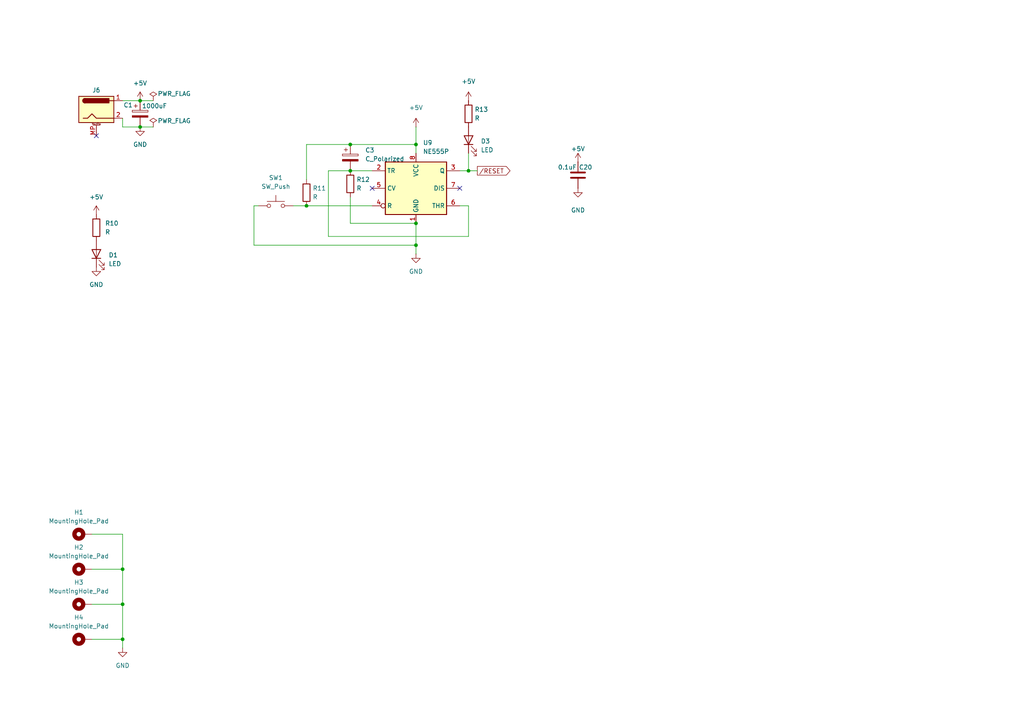
<source format=kicad_sch>
(kicad_sch (version 20231120) (generator "eeschema") (generator_version "8.0")
  (paper "A4")
  (title_block (title "Mackerel-10 SBC v1") (date "2024-07-30") (rev "1.0a") (company "Colin Maykish"))
  (lib_symbols
    (symbol "Connector:Barrel_Jack_MountingPin" (pin_names hide)
      (property "Reference" "J" (at 0 5.334 0))
      (property "Value" "Barrel_Jack_MountingPin" (at 1.27 -6.35 0))
      (symbol "Barrel_Jack_MountingPin_0_1"
        (rectangle (start -5.08 3.81) (end 5.08 -3.81) (stroke (width 0.254)) (fill (type background)))
        (arc (start -3.302 3.175) (mid -3.9343 2.54) (end -3.302 1.905) (stroke (width 0.254)))
        (arc (start -3.302 3.175) (mid -3.9343 2.54) (end -3.302 1.905) (stroke (width 0.254)) (fill (type outline)))
        (polyline (pts (xy 5.08 2.54) (xy 3.81 2.54)) (stroke (width 0.254)))
        (polyline (pts (xy -3.81 -2.54) (xy -2.54 -2.54) (xy -1.27 -1.27) (xy 0 -2.54) (xy 2.54 -2.54) (xy 5.08 -2.54)) (stroke (width 0.254)))
        (rectangle (start 3.683 3.175) (end -3.302 1.905) (stroke (width 0.254)) (fill (type outline)))
      )
      (symbol "Barrel_Jack_MountingPin_1_1"
        (polyline (pts (xy -1.016 -4.572) (xy 1.016 -4.572)) (stroke (width 0.1524)))
        (text "Mounting" (at 0 -4.191 0) (effects (font (size 0.381 0.381))))
        (pin passive line (at 7.62 2.54 180) (length 2.54) (name "~") (number "1"))
        (pin passive line (at 7.62 -2.54 180) (length 2.54) (name "~") (number "2"))
        (pin passive line (at 0 -7.62 90) (length 3.048) (name "MountPin") (number "MP"))
      )
    )
    (symbol "Device:C" (pin_numbers hide) (pin_names (offset 0.254))
      (property "Reference" "C" (at 0.635 2.54 0))
      (property "Value" "C" (at 0.635 -2.54 0))
      (symbol "C_0_1"
        (polyline (pts (xy -2.032 -0.762) (xy 2.032 -0.762)) (stroke (width 0.508)))
        (polyline (pts (xy -2.032 0.762) (xy 2.032 0.762)) (stroke (width 0.508)))
      )
      (symbol "C_1_1"
        (pin passive line (at 0 3.81 270) (length 2.794) (name "~") (number "1"))
        (pin passive line (at 0 -3.81 90) (length 2.794) (name "~") (number "2"))
      )
    )
    (symbol "Device:C_Polarized" (pin_numbers hide) (pin_names (offset 0.254))
      (property "Reference" "C" (at 0.635 2.54 0))
      (property "Value" "C_Polarized" (at 0.635 -2.54 0))
      (symbol "C_Polarized_0_1"
        (rectangle (start -2.286 0.508) (end 2.286 1.016))
        (polyline (pts (xy -1.778 2.286) (xy -0.762 2.286)))
        (polyline (pts (xy -1.27 2.794) (xy -1.27 1.778)))
        (rectangle (start 2.286 -0.508) (end -2.286 -1.016) (fill (type outline)))
      )
      (symbol "C_Polarized_1_1"
        (pin passive line (at 0 3.81 270) (length 2.794) (name "~") (number "1"))
        (pin passive line (at 0 -3.81 90) (length 2.794) (name "~") (number "2"))
      )
    )
    (symbol "Device:LED" (pin_numbers hide) (pin_names (offset 1.016) hide)
      (property "Reference" "D" (at 0 2.54 0))
      (property "Value" "LED" (at 0 -2.54 0))
      (symbol "LED_0_1"
        (polyline (pts (xy -1.27 -1.27) (xy -1.27 1.27)) (stroke (width 0.254)))
        (polyline (pts (xy -1.27 0) (xy 1.27 0)))
        (polyline (pts (xy 1.27 -1.27) (xy 1.27 1.27) (xy -1.27 0) (xy 1.27 -1.27)) (stroke (width 0.254)))
        (polyline (pts (xy -3.048 -0.762) (xy -4.572 -2.286) (xy -3.81 -2.286) (xy -4.572 -2.286) (xy -4.572 -1.524)))
        (polyline (pts (xy -1.778 -0.762) (xy -3.302 -2.286) (xy -2.54 -2.286) (xy -3.302 -2.286) (xy -3.302 -1.524)))
      )
      (symbol "LED_1_1"
        (pin passive line (at -3.81 0 0) (length 2.54) (name "K") (number "1"))
        (pin passive line (at 3.81 0 180) (length 2.54) (name "A") (number "2"))
      )
    )
    (symbol "Device:R" (pin_numbers hide) (pin_names (offset 0))
      (property "Reference" "R" (at 2.032 0 90))
      (property "Value" "R" (at 0 0 90))
      (symbol "R_0_1"
        (rectangle (start -1.016 -2.54) (end 1.016 2.54) (stroke (width 0.254)))
      )
      (symbol "R_1_1"
        (pin passive line (at 0 3.81 270) (length 1.27) (name "~") (number "1"))
        (pin passive line (at 0 -3.81 90) (length 1.27) (name "~") (number "2"))
      )
    )
    (symbol "Mechanical:MountingHole_Pad" (pin_numbers hide) (pin_names (offset 1.016) hide) (exclude_from_sim yes) (in_bom no)
      (property "Reference" "H" (at 0 6.35 0))
      (property "Value" "MountingHole_Pad" (at 0 4.445 0))
      (symbol "MountingHole_Pad_0_1"
        (circle (center 0 1.27) (radius 1.27) (stroke (width 1.27)))
      )
      (symbol "MountingHole_Pad_1_1"
        (pin input line (at 0 -2.54 90) (length 2.54) (name "1") (number "1"))
      )
    )
    (symbol "Switch:SW_Push" (pin_numbers hide) (pin_names (offset 1.016) hide)
      (property "Reference" "SW" (at 1.27 2.54 0))
      (property "Value" "SW_Push" (at 0 -1.524 0))
      (symbol "SW_Push_0_1"
        (circle (center -2.032 0) (radius 0.508))
        (polyline (pts (xy 0 1.27) (xy 0 3.048)))
        (polyline (pts (xy 2.54 1.27) (xy -2.54 1.27)))
        (circle (center 2.032 0) (radius 0.508))
        (pin passive line (at -5.08 0 0) (length 2.54) (name "1") (number "1"))
        (pin passive line (at 5.08 0 180) (length 2.54) (name "2") (number "2"))
      )
    )
    (symbol "Timer:NE555P"
      (property "Reference" "U" (at -10.16 8.89 0))
      (property "Value" "NE555P" (at 2.54 8.89 0))
      (symbol "NE555P_0_0"
        (pin power_in line (at 0 -10.16 90) (length 2.54) (name "GND") (number "1"))
        (pin power_in line (at 0 10.16 270) (length 2.54) (name "VCC") (number "8"))
      )
      (symbol "NE555P_0_1"
        (rectangle (start -8.89 -7.62) (end 8.89 7.62) (stroke (width 0.254)) (fill (type background)))
        (rectangle (start -8.89 -7.62) (end 8.89 7.62) (stroke (width 0.254)) (fill (type background)))
      )
      (symbol "NE555P_1_1"
        (pin input line (at -12.7 5.08 0) (length 3.81) (name "TR") (number "2"))
        (pin output line (at 12.7 5.08 180) (length 3.81) (name "Q") (number "3"))
        (pin input inverted (at -12.7 -5.08 0) (length 3.81) (name "R") (number "4"))
        (pin input line (at -12.7 0 0) (length 3.81) (name "CV") (number "5"))
        (pin input line (at 12.7 -5.08 180) (length 3.81) (name "THR") (number "6"))
        (pin input line (at 12.7 0 180) (length 3.81) (name "DIS") (number "7"))
      )
    )
    (symbol "power:+5V" (power) (pin_numbers hide) (pin_names (offset 0) hide)
      (property "Value" "+5V" (at 0 3.556 0))
      (symbol "+5V_0_1"
        (polyline (pts (xy -0.762 1.27) (xy 0 2.54)))
        (polyline (pts (xy 0 0) (xy 0 2.54)))
        (polyline (pts (xy 0 2.54) (xy 0.762 1.27)))
      )
      (symbol "+5V_1_1"
        (pin power_in line (at 0 0 90) (length 0) (name "~") (number "1"))
      )
    )
    (symbol "power:GND" (power) (pin_numbers hide) (pin_names (offset 0) hide)
      (property "Value" "GND" (at 0 -3.81 0))
      (symbol "GND_0_1"
        (polyline (pts (xy 0 0) (xy 0 -1.27) (xy 1.27 -1.27) (xy 0 -2.54) (xy -1.27 -1.27) (xy 0 -1.27)))
      )
      (symbol "GND_1_1"
        (pin power_in line (at 0 0 270) (length 0) (name "~") (number "1"))
      )
    )
    (symbol "power:PWR_FLAG" (power) (pin_numbers hide) (pin_names (offset 0) hide)
      (property "Value" "PWR_FLAG" (at 0 3.81 0))
      (symbol "PWR_FLAG_0_0"
        (pin power_out line (at 0 0 90) (length 0) (name "~") (number "1"))
      )
      (symbol "PWR_FLAG_0_1"
        (polyline (pts (xy 0 0) (xy 0 1.27) (xy -1.016 1.905) (xy 0 2.54) (xy 1.016 1.905) (xy 0 1.27)))
      )
    )
  )
  (junction (at 120.65 41.91))
  (junction (at 135.89 49.53))
  (junction (at 120.65 71.12))
  (junction (at 120.65 64.77))
  (junction (at 101.6 41.91))
  (junction (at 40.64 36.83))
  (junction (at 35.56 185.42))
  (junction (at 35.56 165.1))
  (junction (at 40.64 29.21))
  (junction (at 35.56 175.26))
  (junction (at 101.6 49.53))
  (junction (at 88.9 59.69))
  (no_connect (at 107.95 54.61))
  (no_connect (at 27.94 39.37))
  (no_connect (at 133.35 54.61))
  (wire (pts (xy 74.93 59.69) (xy 73.66 59.69)))
  (wire (pts (xy 26.67 165.1) (xy 35.56 165.1)))
  (wire (pts (xy 135.89 59.69) (xy 133.35 59.69)))
  (wire (pts (xy 35.56 34.29) (xy 35.56 36.83)))
  (wire (pts (xy 101.6 49.53) (xy 107.95 49.53)))
  (wire (pts (xy 138.43 49.53) (xy 135.89 49.53)))
  (wire (pts (xy 35.56 29.21) (xy 40.64 29.21)))
  (wire (pts (xy 101.6 49.53) (xy 95.25 49.53)))
  (wire (pts (xy 35.56 165.1) (xy 35.56 175.26)))
  (wire (pts (xy 135.89 68.58) (xy 135.89 59.69)))
  (wire (pts (xy 120.65 64.77) (xy 101.6 64.77)))
  (wire (pts (xy 88.9 59.69) (xy 107.95 59.69)))
  (wire (pts (xy 40.64 36.83) (xy 44.45 36.83)))
  (wire (pts (xy 85.09 59.69) (xy 88.9 59.69)))
  (wire (pts (xy 135.89 44.45) (xy 135.89 49.53)))
  (wire (pts (xy 95.25 68.58) (xy 135.89 68.58)))
  (wire (pts (xy 26.67 154.94) (xy 35.56 154.94)))
  (wire (pts (xy 135.89 49.53) (xy 133.35 49.53)))
  (wire (pts (xy 101.6 64.77) (xy 101.6 57.15)))
  (wire (pts (xy 120.65 36.83) (xy 120.65 41.91)))
  (wire (pts (xy 120.65 41.91) (xy 120.65 44.45)))
  (wire (pts (xy 95.25 49.53) (xy 95.25 68.58)))
  (wire (pts (xy 35.56 187.96) (xy 35.56 185.42)))
  (wire (pts (xy 88.9 52.07) (xy 88.9 41.91)))
  (wire (pts (xy 40.64 29.21) (xy 44.45 29.21)))
  (wire (pts (xy 120.65 64.77) (xy 120.65 71.12)))
  (wire (pts (xy 73.66 59.69) (xy 73.66 71.12)))
  (wire (pts (xy 35.56 36.83) (xy 40.64 36.83)))
  (wire (pts (xy 26.67 185.42) (xy 35.56 185.42)))
  (wire (pts (xy 88.9 41.91) (xy 101.6 41.91)))
  (wire (pts (xy 26.67 175.26) (xy 35.56 175.26)))
  (wire (pts (xy 101.6 41.91) (xy 120.65 41.91)))
  (wire (pts (xy 35.56 175.26) (xy 35.56 185.42)))
  (wire (pts (xy 35.56 154.94) (xy 35.56 165.1)))
  (wire (pts (xy 120.65 71.12) (xy 120.65 73.66)))
  (wire (pts (xy 73.66 71.12) (xy 120.65 71.12)))
  (global_label "{slash}RESET" (shape output) (at 138.43 49.53 0) (property "Intersheetrefs" "${INTERSHEET_REFS}" (effects (hide yes))))
  (symbol (lib_id "power:GND") (at 27.94 77.47 0) (unit 1)
    (property "Reference" "#PWR027" (effects (hide yes)))
    (property "Value" "GND" (at 27.94 82.55 0))
    (property "Description" "Power symbol creates a global label with name \"GND\" , ground" (effects (hide yes)))
  )
  (symbol (lib_id "power:GND") (at 167.64 54.61 0) (unit 1)
    (property "Reference" "#PWR070" (effects (hide yes)))
    (property "Value" "GND" (at 167.64 60.96 0))
    (property "Description" "Power symbol creates a global label with name \"GND\" , ground" (effects (hide yes)))
  )
  (symbol (lib_id "power:+5V") (at 27.94 62.23 0) (unit 1)
    (property "Reference" "#PWR026" (effects (hide yes)))
    (property "Value" "+5V" (at 27.94 57.15 0))
    (property "Description" "Power symbol creates a global label with name \"+5V\"" (effects (hide yes)))
  )
  (symbol (lib_id "Device:R") (at 88.9 55.88 0) (unit 1)
    (property "Reference" "R11" (at 90.678 54.6099 0) (effects (justify left)))
    (property "Value" "R" (at 90.678 57.1499 0) (effects (justify left)))
    (property "Footprint" "Resistor_THT:R_Axial_DIN0204_L3.6mm_D1.6mm_P5.08mm_Horizontal" (effects (hide yes)))
    (property "Description" "Resistor" (effects (hide yes)))
  )
  (symbol (lib_id "Device:LED") (at 135.89 40.64 90) (unit 1)
    (property "Reference" "D3" (at 139.446 40.9574 90) (effects (justify right)))
    (property "Value" "LED" (at 139.446 43.4974 90) (effects (justify right)))
    (property "Footprint" "LED_THT:LED_D5.0mm" (effects (hide yes)))
    (property "Description" "Light emitting diode" (effects (hide yes)))
  )
  (symbol (lib_id "power:PWR_FLAG") (at 44.45 36.83 0) (unit 1)
    (property "Reference" "#FLG02" (effects (hide yes)))
    (property "Value" "PWR_FLAG" (at 50.546 35.052 0))
    (property "Description" "Special symbol for telling ERC where power comes from" (effects (hide yes)))
  )
  (symbol (lib_id "power:GND") (at 40.64 36.83 0) (unit 1)
    (property "Reference" "#PWR029" (effects (hide yes)))
    (property "Value" "GND" (at 40.64 41.91 0))
    (property "Description" "Power symbol creates a global label with name \"GND\" , ground" (effects (hide yes)))
  )
  (symbol (lib_id "Device:C_Polarized") (at 40.64 33.02 0) (unit 1)
    (property "Reference" "C1" (at 35.814 30.48 0) (effects (justify left)))
    (property "Value" "1000uF" (at 41.148 30.734 0) (effects (justify left)))
    (property "Footprint" "Capacitor_THT:CP_Radial_D10.0mm_P5.00mm" (effects (hide yes)))
    (property "Description" "Polarized capacitor" (effects (hide yes)))
  )
  (symbol (lib_id "Connector:Barrel_Jack_MountingPin") (at 27.94 31.75 0) (unit 1)
    (property "Reference" "J6" (at 27.94 26.162 0))
    (property "Value" "Barrel_Jack_MountingPin" (effects (hide yes)))
    (property "Footprint" "Connector_BarrelJack:BarrelJack_Horizontal" (effects (hide yes)))
    (property "Description" "DC Barrel Jack with a mounting pin" (effects (hide yes)))
  )
  (symbol (lib_id "Mechanical:MountingHole_Pad") (at 24.13 165.1 90) (unit 1) (exclude_from_sim yes) (in_bom no)
    (property "Reference" "H2" (at 22.86 158.75 90))
    (property "Value" "MountingHole_Pad" (at 22.86 161.29 90))
    (property "Footprint" "MountingHole:MountingHole_3.2mm_M3_Pad" (effects (hide yes)))
    (property "Description" "Mounting Hole with connection" (effects (hide yes)))
  )
  (symbol (lib_id "Mechanical:MountingHole_Pad") (at 24.13 154.94 90) (unit 1) (exclude_from_sim yes) (in_bom no)
    (property "Reference" "H1" (at 22.86 148.59 90))
    (property "Value" "MountingHole_Pad" (at 22.86 151.13 90))
    (property "Footprint" "MountingHole:MountingHole_3.2mm_M3_Pad" (effects (hide yes)))
    (property "Description" "Mounting Hole with connection" (effects (hide yes)))
  )
  (symbol (lib_id "power:PWR_FLAG") (at 44.45 29.21 0) (unit 1)
    (property "Reference" "#FLG01" (effects (hide yes)))
    (property "Value" "PWR_FLAG" (at 50.546 27.178 0))
    (property "Description" "Special symbol for telling ERC where power comes from" (effects (hide yes)))
  )
  (symbol (lib_id "Device:C") (at 167.64 50.8 0) (unit 1)
    (property "Reference" "C20" (at 167.894 48.514 0) (effects (justify left)))
    (property "Value" "0.1uF" (at 161.798 48.514 0) (effects (justify left)))
    (property "Footprint" "Capacitor_THT:C_Disc_D4.7mm_W2.5mm_P5.00mm" (effects (hide yes)))
    (property "Description" "Unpolarized capacitor" (effects (hide yes)))
  )
  (symbol (lib_id "Switch:SW_Push") (at 80.01 59.69 0) (unit 1)
    (property "Reference" "SW1" (at 80.01 51.562 0))
    (property "Value" "SW_Push" (at 80.01 54.102 0))
    (property "Footprint" "Button_Switch_THT:SW_PUSH_6mm_H5mm" (effects (hide yes)))
    (property "Description" "Push button switch, generic, two pins" (effects (hide yes)))
  )
  (symbol (lib_id "Mechanical:MountingHole_Pad") (at 24.13 175.26 90) (unit 1) (exclude_from_sim yes) (in_bom no)
    (property "Reference" "H3" (at 22.86 168.91 90))
    (property "Value" "MountingHole_Pad" (at 22.86 171.45 90))
    (property "Footprint" "MountingHole:MountingHole_3.2mm_M3_Pad" (effects (hide yes)))
    (property "Description" "Mounting Hole with connection" (effects (hide yes)))
  )
  (symbol (lib_id "Device:C_Polarized") (at 101.6 45.72 0) (unit 1)
    (property "Reference" "C3" (at 105.918 43.5609 0) (effects (justify left)))
    (property "Value" "C_Polarized" (at 105.918 46.1009 0) (effects (justify left)))
    (property "Footprint" "Capacitor_THT:CP_Radial_D5.0mm_P2.50mm" (effects (hide yes)))
    (property "Description" "Polarized capacitor" (effects (hide yes)))
  )
  (symbol (lib_id "Device:LED") (at 27.94 73.66 90) (unit 1)
    (property "Reference" "D1" (at 31.496 73.9774 90) (effects (justify right)))
    (property "Value" "LED" (at 31.496 76.5174 90) (effects (justify right)))
    (property "Footprint" "LED_THT:LED_D5.0mm" (effects (hide yes)))
    (property "Description" "Light emitting diode" (effects (hide yes)))
  )
  (symbol (lib_id "power:GND") (at 35.56 187.96 0) (unit 1)
    (property "Reference" "#PWR036" (effects (hide yes)))
    (property "Value" "GND" (at 35.56 193.04 0))
    (property "Description" "Power symbol creates a global label with name \"GND\" , ground" (effects (hide yes)))
  )
  (symbol (lib_id "Device:R") (at 101.6 53.34 0) (unit 1)
    (property "Reference" "R12" (at 103.378 52.0699 0) (effects (justify left)))
    (property "Value" "R" (at 103.378 54.6099 0) (effects (justify left)))
    (property "Footprint" "Resistor_THT:R_Axial_DIN0204_L3.6mm_D1.6mm_P5.08mm_Horizontal" (effects (hide yes)))
    (property "Description" "Resistor" (effects (hide yes)))
  )
  (symbol (lib_id "power:+5V") (at 167.64 46.99 0) (unit 1)
    (property "Reference" "#PWR069" (effects (hide yes)))
    (property "Value" "+5V" (at 167.64 43.18 0))
    (property "Description" "Power symbol creates a global label with name \"+5V\"" (effects (hide yes)))
  )
  (symbol (lib_id "power:+5V") (at 40.64 29.21 0) (unit 1)
    (property "Reference" "#PWR032" (effects (hide yes)))
    (property "Value" "+5V" (at 40.64 24.13 0))
    (property "Description" "Power symbol creates a global label with name \"+5V\"" (effects (hide yes)))
  )
  (symbol (lib_id "power:GND") (at 120.65 73.66 0) (unit 1)
    (property "Reference" "#PWR037" (effects (hide yes)))
    (property "Value" "GND" (at 120.65 78.74 0))
    (property "Description" "Power symbol creates a global label with name \"GND\" , ground" (effects (hide yes)))
  )
  (symbol (lib_id "Device:R") (at 135.89 33.02 0) (unit 1)
    (property "Reference" "R13" (at 137.668 31.7499 0) (effects (justify left)))
    (property "Value" "R" (at 137.668 34.2899 0) (effects (justify left)))
    (property "Footprint" "Resistor_THT:R_Axial_DIN0204_L3.6mm_D1.6mm_P5.08mm_Horizontal" (effects (hide yes)))
    (property "Description" "Resistor" (effects (hide yes)))
  )
  (symbol (lib_id "Timer:NE555P") (at 120.65 54.61 0) (unit 1)
    (property "Reference" "U9" (at 122.6694 41.402 0) (effects (justify left)))
    (property "Value" "NE555P" (at 122.6694 43.942 0) (effects (justify left)))
    (property "Footprint" "Package_DIP:DIP-8_W7.62mm" (effects (hide yes)))
    (property "Datasheet" "http://www.ti.com/lit/ds/symlink/ne555.pdf" (effects (hide yes)))
    (property "Description" "Precision Timers, 555 compatible,  PDIP-8" (effects (hide yes)))
  )
  (symbol (lib_id "Device:R") (at 27.94 66.04 0) (unit 1)
    (property "Reference" "R10" (at 30.48 64.7699 0) (effects (justify left)))
    (property "Value" "R" (at 30.48 67.3099 0) (effects (justify left)))
    (property "Footprint" "Resistor_THT:R_Axial_DIN0204_L3.6mm_D1.6mm_P5.08mm_Horizontal" (effects (hide yes)))
    (property "Description" "Resistor" (effects (hide yes)))
  )
  (symbol (lib_id "power:+5V") (at 135.89 29.21 0) (unit 1)
    (property "Reference" "#PWR038" (effects (hide yes)))
    (property "Value" "+5V" (at 135.89 23.622 0))
    (property "Description" "Power symbol creates a global label with name \"+5V\"" (effects (hide yes)))
  )
  (symbol (lib_id "power:+5V") (at 120.65 36.83 0) (unit 1)
    (property "Reference" "#PWR035" (effects (hide yes)))
    (property "Value" "+5V" (at 120.65 31.242 0))
    (property "Description" "Power symbol creates a global label with name \"+5V\"" (effects (hide yes)))
  )
  (symbol (lib_id "Mechanical:MountingHole_Pad") (at 24.13 185.42 90) (unit 1) (exclude_from_sim yes) (in_bom no)
    (property "Reference" "H4" (at 22.86 179.07 90))
    (property "Value" "MountingHole_Pad" (at 22.86 181.61 90))
    (property "Footprint" "MountingHole:MountingHole_3.2mm_M3_Pad" (effects (hide yes)))
    (property "Description" "Mounting Hole with connection" (effects (hide yes)))
  )
)
</source>
